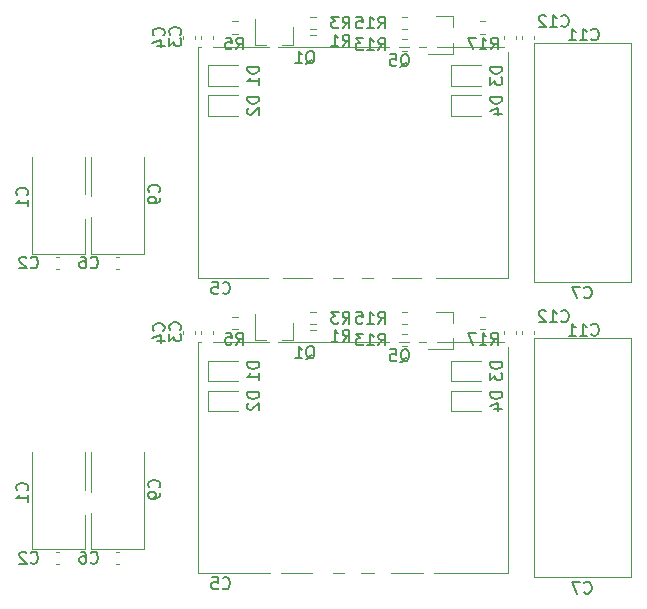
<source format=gbr>
%TF.GenerationSoftware,KiCad,Pcbnew,(5.1.10)-1*%
%TF.CreationDate,2022-01-17T19:26:09+07:00*%
%TF.ProjectId,Fan_controller_v3_pnlz1x2,46616e5f-636f-46e7-9472-6f6c6c65725f,rev?*%
%TF.SameCoordinates,Original*%
%TF.FileFunction,Legend,Bot*%
%TF.FilePolarity,Positive*%
%FSLAX46Y46*%
G04 Gerber Fmt 4.6, Leading zero omitted, Abs format (unit mm)*
G04 Created by KiCad (PCBNEW (5.1.10)-1) date 2022-01-17 19:26:09*
%MOMM*%
%LPD*%
G01*
G04 APERTURE LIST*
%ADD10C,0.120000*%
%ADD11C,0.150000*%
%ADD12C,2.000000*%
%ADD13R,0.600000X0.450000*%
%ADD14R,1.600000X1.600000*%
%ADD15C,1.600000*%
%ADD16R,1.750000X2.250000*%
%ADD17O,1.750000X2.250000*%
%ADD18O,1.700000X1.700000*%
%ADD19R,1.700000X1.700000*%
%ADD20R,0.800000X0.900000*%
%ADD21R,0.900000X0.800000*%
%ADD22R,1.000000X1.000000*%
%ADD23O,1.000000X1.000000*%
G04 APERTURE END LIST*
D10*
%TO.C,C3*%
X98001000Y-93575920D02*
X98001000Y-93857080D01*
X96981000Y-93575920D02*
X96981000Y-93857080D01*
%TO.C,C4*%
X96477000Y-93575920D02*
X96477000Y-93857080D01*
X95457000Y-93575920D02*
X95457000Y-93857080D01*
%TO.C,C11*%
X125179000Y-93575920D02*
X125179000Y-93857080D01*
X124159000Y-93575920D02*
X124159000Y-93857080D01*
%TO.C,C12*%
X123655000Y-93575920D02*
X123655000Y-93857080D01*
X122635000Y-93575920D02*
X122635000Y-93857080D01*
%TO.C,C1*%
X82658000Y-112043000D02*
X82658000Y-103808000D01*
X87178000Y-112043000D02*
X82658000Y-112043000D01*
X87178000Y-103808000D02*
X87178000Y-112043000D01*
%TO.C,C2*%
X84650420Y-112307000D02*
X84931580Y-112307000D01*
X84650420Y-113327000D02*
X84931580Y-113327000D01*
%TO.C,C6*%
X89730420Y-112307000D02*
X90011580Y-112307000D01*
X89730420Y-113327000D02*
X90011580Y-113327000D01*
%TO.C,C7*%
X125121000Y-94175000D02*
X125121000Y-114415000D01*
X133361000Y-94175000D02*
X133361000Y-114415000D01*
X125121000Y-94175000D02*
X133361000Y-94175000D01*
X125121000Y-114415000D02*
X133361000Y-114415000D01*
%TO.C,C9*%
X87611000Y-112043000D02*
X87611000Y-103808000D01*
X92131000Y-112043000D02*
X87611000Y-112043000D01*
X92131000Y-103808000D02*
X92131000Y-112043000D01*
%TO.C,D1*%
X97549000Y-97792000D02*
X100099000Y-97792000D01*
X97549000Y-96092000D02*
X100099000Y-96092000D01*
X97549000Y-97792000D02*
X97549000Y-96092000D01*
%TO.C,D2*%
X97549000Y-100332000D02*
X100099000Y-100332000D01*
X97549000Y-98632000D02*
X100099000Y-98632000D01*
X97549000Y-100332000D02*
X97549000Y-98632000D01*
%TO.C,D3*%
X118123000Y-97792000D02*
X120673000Y-97792000D01*
X118123000Y-96092000D02*
X120673000Y-96092000D01*
X118123000Y-97792000D02*
X118123000Y-96092000D01*
%TO.C,D4*%
X118123000Y-100332000D02*
X120673000Y-100332000D01*
X118123000Y-98632000D02*
X120673000Y-98632000D01*
X118123000Y-100332000D02*
X118123000Y-98632000D01*
%TO.C,R5*%
X100077258Y-93400500D02*
X99602742Y-93400500D01*
X100077258Y-92355500D02*
X99602742Y-92355500D01*
%TO.C,R17*%
X120558742Y-92355500D02*
X121033258Y-92355500D01*
X120558742Y-93400500D02*
X121033258Y-93400500D01*
%TO.C,Q1*%
X104725000Y-94320500D02*
X104725000Y-92860500D01*
X101565000Y-94320500D02*
X101565000Y-92160500D01*
X101565000Y-94320500D02*
X102495000Y-94320500D01*
X104725000Y-94320500D02*
X103795000Y-94320500D01*
%TO.C,Q5*%
X118301000Y-91930500D02*
X116841000Y-91930500D01*
X118301000Y-95090500D02*
X116141000Y-95090500D01*
X118301000Y-95090500D02*
X118301000Y-94160500D01*
X118301000Y-91930500D02*
X118301000Y-92860500D01*
%TO.C,C5*%
X122983000Y-114052000D02*
X122983000Y-94529000D01*
X96743000Y-114052000D02*
X96743000Y-94529000D01*
X96743000Y-94529000D02*
X122983000Y-94529000D01*
X96743000Y-114052000D02*
X122983000Y-114052000D01*
%TO.C,R1*%
X106206742Y-93498500D02*
X106681258Y-93498500D01*
X106206742Y-94543500D02*
X106681258Y-94543500D01*
%TO.C,R3*%
X106681258Y-93019500D02*
X106206742Y-93019500D01*
X106681258Y-91974500D02*
X106206742Y-91974500D01*
%TO.C,R13*%
X113953742Y-93816000D02*
X114428258Y-93816000D01*
X113953742Y-94861000D02*
X114428258Y-94861000D01*
%TO.C,R15*%
X113954742Y-91974500D02*
X114429258Y-91974500D01*
X113954742Y-93019500D02*
X114429258Y-93019500D01*
%TO.C,C5*%
X96743000Y-89052000D02*
X122983000Y-89052000D01*
X96743000Y-69529000D02*
X122983000Y-69529000D01*
X96743000Y-89052000D02*
X96743000Y-69529000D01*
X122983000Y-89052000D02*
X122983000Y-69529000D01*
%TO.C,R15*%
X113954742Y-68019500D02*
X114429258Y-68019500D01*
X113954742Y-66974500D02*
X114429258Y-66974500D01*
%TO.C,R13*%
X113953742Y-69861000D02*
X114428258Y-69861000D01*
X113953742Y-68816000D02*
X114428258Y-68816000D01*
%TO.C,R3*%
X106681258Y-66974500D02*
X106206742Y-66974500D01*
X106681258Y-68019500D02*
X106206742Y-68019500D01*
%TO.C,R1*%
X106206742Y-69543500D02*
X106681258Y-69543500D01*
X106206742Y-68498500D02*
X106681258Y-68498500D01*
%TO.C,Q5*%
X118301000Y-66930500D02*
X118301000Y-67860500D01*
X118301000Y-70090500D02*
X118301000Y-69160500D01*
X118301000Y-70090500D02*
X116141000Y-70090500D01*
X118301000Y-66930500D02*
X116841000Y-66930500D01*
%TO.C,Q1*%
X104725000Y-69320500D02*
X103795000Y-69320500D01*
X101565000Y-69320500D02*
X102495000Y-69320500D01*
X101565000Y-69320500D02*
X101565000Y-67160500D01*
X104725000Y-69320500D02*
X104725000Y-67860500D01*
%TO.C,R17*%
X120558742Y-68400500D02*
X121033258Y-68400500D01*
X120558742Y-67355500D02*
X121033258Y-67355500D01*
%TO.C,R5*%
X100077258Y-67355500D02*
X99602742Y-67355500D01*
X100077258Y-68400500D02*
X99602742Y-68400500D01*
%TO.C,D4*%
X118123000Y-75332000D02*
X118123000Y-73632000D01*
X118123000Y-73632000D02*
X120673000Y-73632000D01*
X118123000Y-75332000D02*
X120673000Y-75332000D01*
%TO.C,D3*%
X118123000Y-72792000D02*
X118123000Y-71092000D01*
X118123000Y-71092000D02*
X120673000Y-71092000D01*
X118123000Y-72792000D02*
X120673000Y-72792000D01*
%TO.C,D2*%
X97549000Y-75332000D02*
X97549000Y-73632000D01*
X97549000Y-73632000D02*
X100099000Y-73632000D01*
X97549000Y-75332000D02*
X100099000Y-75332000D01*
%TO.C,D1*%
X97549000Y-72792000D02*
X97549000Y-71092000D01*
X97549000Y-71092000D02*
X100099000Y-71092000D01*
X97549000Y-72792000D02*
X100099000Y-72792000D01*
%TO.C,C9*%
X92131000Y-78808000D02*
X92131000Y-87043000D01*
X92131000Y-87043000D02*
X87611000Y-87043000D01*
X87611000Y-87043000D02*
X87611000Y-78808000D01*
%TO.C,C7*%
X125121000Y-89415000D02*
X133361000Y-89415000D01*
X125121000Y-69175000D02*
X133361000Y-69175000D01*
X133361000Y-69175000D02*
X133361000Y-89415000D01*
X125121000Y-69175000D02*
X125121000Y-89415000D01*
%TO.C,C6*%
X89730420Y-88327000D02*
X90011580Y-88327000D01*
X89730420Y-87307000D02*
X90011580Y-87307000D01*
%TO.C,C2*%
X84650420Y-88327000D02*
X84931580Y-88327000D01*
X84650420Y-87307000D02*
X84931580Y-87307000D01*
%TO.C,C1*%
X87178000Y-78808000D02*
X87178000Y-87043000D01*
X87178000Y-87043000D02*
X82658000Y-87043000D01*
X82658000Y-87043000D02*
X82658000Y-78808000D01*
%TO.C,C12*%
X122635000Y-68575920D02*
X122635000Y-68857080D01*
X123655000Y-68575920D02*
X123655000Y-68857080D01*
%TO.C,C11*%
X124159000Y-68575920D02*
X124159000Y-68857080D01*
X125179000Y-68575920D02*
X125179000Y-68857080D01*
%TO.C,C4*%
X95457000Y-68575920D02*
X95457000Y-68857080D01*
X96477000Y-68575920D02*
X96477000Y-68857080D01*
%TO.C,C3*%
X96981000Y-68575920D02*
X96981000Y-68857080D01*
X98001000Y-68575920D02*
X98001000Y-68857080D01*
D11*
X95181142Y-93473333D02*
X95228761Y-93425714D01*
X95276380Y-93282857D01*
X95276380Y-93187619D01*
X95228761Y-93044761D01*
X95133523Y-92949523D01*
X95038285Y-92901904D01*
X94847809Y-92854285D01*
X94704952Y-92854285D01*
X94514476Y-92901904D01*
X94419238Y-92949523D01*
X94324000Y-93044761D01*
X94276380Y-93187619D01*
X94276380Y-93282857D01*
X94324000Y-93425714D01*
X94371619Y-93473333D01*
X94276380Y-93806666D02*
X94276380Y-94425714D01*
X94657333Y-94092380D01*
X94657333Y-94235238D01*
X94704952Y-94330476D01*
X94752571Y-94378095D01*
X94847809Y-94425714D01*
X95085904Y-94425714D01*
X95181142Y-94378095D01*
X95228761Y-94330476D01*
X95276380Y-94235238D01*
X95276380Y-93949523D01*
X95228761Y-93854285D01*
X95181142Y-93806666D01*
%TO.C,C4*%
X93784142Y-93549833D02*
X93831761Y-93502214D01*
X93879380Y-93359357D01*
X93879380Y-93264119D01*
X93831761Y-93121261D01*
X93736523Y-93026023D01*
X93641285Y-92978404D01*
X93450809Y-92930785D01*
X93307952Y-92930785D01*
X93117476Y-92978404D01*
X93022238Y-93026023D01*
X92927000Y-93121261D01*
X92879380Y-93264119D01*
X92879380Y-93359357D01*
X92927000Y-93502214D01*
X92974619Y-93549833D01*
X93212714Y-94406976D02*
X93879380Y-94406976D01*
X92831761Y-94168880D02*
X93546047Y-93930785D01*
X93546047Y-94549833D01*
%TO.C,C11*%
X130010857Y-93870142D02*
X130058476Y-93917761D01*
X130201333Y-93965380D01*
X130296571Y-93965380D01*
X130439428Y-93917761D01*
X130534666Y-93822523D01*
X130582285Y-93727285D01*
X130629904Y-93536809D01*
X130629904Y-93393952D01*
X130582285Y-93203476D01*
X130534666Y-93108238D01*
X130439428Y-93013000D01*
X130296571Y-92965380D01*
X130201333Y-92965380D01*
X130058476Y-93013000D01*
X130010857Y-93060619D01*
X129058476Y-93965380D02*
X129629904Y-93965380D01*
X129344190Y-93965380D02*
X129344190Y-92965380D01*
X129439428Y-93108238D01*
X129534666Y-93203476D01*
X129629904Y-93251095D01*
X128106095Y-93965380D02*
X128677523Y-93965380D01*
X128391809Y-93965380D02*
X128391809Y-92965380D01*
X128487047Y-93108238D01*
X128582285Y-93203476D01*
X128677523Y-93251095D01*
%TO.C,C12*%
X127470857Y-92727142D02*
X127518476Y-92774761D01*
X127661333Y-92822380D01*
X127756571Y-92822380D01*
X127899428Y-92774761D01*
X127994666Y-92679523D01*
X128042285Y-92584285D01*
X128089904Y-92393809D01*
X128089904Y-92250952D01*
X128042285Y-92060476D01*
X127994666Y-91965238D01*
X127899428Y-91870000D01*
X127756571Y-91822380D01*
X127661333Y-91822380D01*
X127518476Y-91870000D01*
X127470857Y-91917619D01*
X126518476Y-92822380D02*
X127089904Y-92822380D01*
X126804190Y-92822380D02*
X126804190Y-91822380D01*
X126899428Y-91965238D01*
X126994666Y-92060476D01*
X127089904Y-92108095D01*
X126137523Y-91917619D02*
X126089904Y-91870000D01*
X125994666Y-91822380D01*
X125756571Y-91822380D01*
X125661333Y-91870000D01*
X125613714Y-91917619D01*
X125566095Y-92012857D01*
X125566095Y-92108095D01*
X125613714Y-92250952D01*
X126185142Y-92822380D01*
X125566095Y-92822380D01*
%TO.C,C1*%
X82227142Y-107062333D02*
X82274761Y-107014714D01*
X82322380Y-106871857D01*
X82322380Y-106776619D01*
X82274761Y-106633761D01*
X82179523Y-106538523D01*
X82084285Y-106490904D01*
X81893809Y-106443285D01*
X81750952Y-106443285D01*
X81560476Y-106490904D01*
X81465238Y-106538523D01*
X81370000Y-106633761D01*
X81322380Y-106776619D01*
X81322380Y-106871857D01*
X81370000Y-107014714D01*
X81417619Y-107062333D01*
X82322380Y-108014714D02*
X82322380Y-107443285D01*
X82322380Y-107729000D02*
X81322380Y-107729000D01*
X81465238Y-107633761D01*
X81560476Y-107538523D01*
X81608095Y-107443285D01*
%TO.C,C2*%
X82544666Y-113174142D02*
X82592285Y-113221761D01*
X82735142Y-113269380D01*
X82830380Y-113269380D01*
X82973238Y-113221761D01*
X83068476Y-113126523D01*
X83116095Y-113031285D01*
X83163714Y-112840809D01*
X83163714Y-112697952D01*
X83116095Y-112507476D01*
X83068476Y-112412238D01*
X82973238Y-112317000D01*
X82830380Y-112269380D01*
X82735142Y-112269380D01*
X82592285Y-112317000D01*
X82544666Y-112364619D01*
X82163714Y-112364619D02*
X82116095Y-112317000D01*
X82020857Y-112269380D01*
X81782761Y-112269380D01*
X81687523Y-112317000D01*
X81639904Y-112364619D01*
X81592285Y-112459857D01*
X81592285Y-112555095D01*
X81639904Y-112697952D01*
X82211333Y-113269380D01*
X81592285Y-113269380D01*
%TO.C,C6*%
X87624666Y-113174142D02*
X87672285Y-113221761D01*
X87815142Y-113269380D01*
X87910380Y-113269380D01*
X88053238Y-113221761D01*
X88148476Y-113126523D01*
X88196095Y-113031285D01*
X88243714Y-112840809D01*
X88243714Y-112697952D01*
X88196095Y-112507476D01*
X88148476Y-112412238D01*
X88053238Y-112317000D01*
X87910380Y-112269380D01*
X87815142Y-112269380D01*
X87672285Y-112317000D01*
X87624666Y-112364619D01*
X86767523Y-112269380D02*
X86958000Y-112269380D01*
X87053238Y-112317000D01*
X87100857Y-112364619D01*
X87196095Y-112507476D01*
X87243714Y-112697952D01*
X87243714Y-113078904D01*
X87196095Y-113174142D01*
X87148476Y-113221761D01*
X87053238Y-113269380D01*
X86862761Y-113269380D01*
X86767523Y-113221761D01*
X86719904Y-113174142D01*
X86672285Y-113078904D01*
X86672285Y-112840809D01*
X86719904Y-112745571D01*
X86767523Y-112697952D01*
X86862761Y-112650333D01*
X87053238Y-112650333D01*
X87148476Y-112697952D01*
X87196095Y-112745571D01*
X87243714Y-112840809D01*
%TO.C,C7*%
X129407666Y-115714142D02*
X129455285Y-115761761D01*
X129598142Y-115809380D01*
X129693380Y-115809380D01*
X129836238Y-115761761D01*
X129931476Y-115666523D01*
X129979095Y-115571285D01*
X130026714Y-115380809D01*
X130026714Y-115237952D01*
X129979095Y-115047476D01*
X129931476Y-114952238D01*
X129836238Y-114857000D01*
X129693380Y-114809380D01*
X129598142Y-114809380D01*
X129455285Y-114857000D01*
X129407666Y-114904619D01*
X129074333Y-114809380D02*
X128407666Y-114809380D01*
X128836238Y-115809380D01*
%TO.C,C9*%
X93403142Y-106808333D02*
X93450761Y-106760714D01*
X93498380Y-106617857D01*
X93498380Y-106522619D01*
X93450761Y-106379761D01*
X93355523Y-106284523D01*
X93260285Y-106236904D01*
X93069809Y-106189285D01*
X92926952Y-106189285D01*
X92736476Y-106236904D01*
X92641238Y-106284523D01*
X92546000Y-106379761D01*
X92498380Y-106522619D01*
X92498380Y-106617857D01*
X92546000Y-106760714D01*
X92593619Y-106808333D01*
X93498380Y-107284523D02*
X93498380Y-107475000D01*
X93450761Y-107570238D01*
X93403142Y-107617857D01*
X93260285Y-107713095D01*
X93069809Y-107760714D01*
X92688857Y-107760714D01*
X92593619Y-107713095D01*
X92546000Y-107665476D01*
X92498380Y-107570238D01*
X92498380Y-107379761D01*
X92546000Y-107284523D01*
X92593619Y-107236904D01*
X92688857Y-107189285D01*
X92926952Y-107189285D01*
X93022190Y-107236904D01*
X93069809Y-107284523D01*
X93117428Y-107379761D01*
X93117428Y-107570238D01*
X93069809Y-107665476D01*
X93022190Y-107713095D01*
X92926952Y-107760714D01*
%TO.C,D1*%
X101880380Y-96203904D02*
X100880380Y-96203904D01*
X100880380Y-96442000D01*
X100928000Y-96584857D01*
X101023238Y-96680095D01*
X101118476Y-96727714D01*
X101308952Y-96775333D01*
X101451809Y-96775333D01*
X101642285Y-96727714D01*
X101737523Y-96680095D01*
X101832761Y-96584857D01*
X101880380Y-96442000D01*
X101880380Y-96203904D01*
X101880380Y-97727714D02*
X101880380Y-97156285D01*
X101880380Y-97442000D02*
X100880380Y-97442000D01*
X101023238Y-97346761D01*
X101118476Y-97251523D01*
X101166095Y-97156285D01*
%TO.C,D2*%
X101880380Y-98743904D02*
X100880380Y-98743904D01*
X100880380Y-98982000D01*
X100928000Y-99124857D01*
X101023238Y-99220095D01*
X101118476Y-99267714D01*
X101308952Y-99315333D01*
X101451809Y-99315333D01*
X101642285Y-99267714D01*
X101737523Y-99220095D01*
X101832761Y-99124857D01*
X101880380Y-98982000D01*
X101880380Y-98743904D01*
X100975619Y-99696285D02*
X100928000Y-99743904D01*
X100880380Y-99839142D01*
X100880380Y-100077238D01*
X100928000Y-100172476D01*
X100975619Y-100220095D01*
X101070857Y-100267714D01*
X101166095Y-100267714D01*
X101308952Y-100220095D01*
X101880380Y-99648666D01*
X101880380Y-100267714D01*
%TO.C,D3*%
X122454380Y-96203904D02*
X121454380Y-96203904D01*
X121454380Y-96442000D01*
X121502000Y-96584857D01*
X121597238Y-96680095D01*
X121692476Y-96727714D01*
X121882952Y-96775333D01*
X122025809Y-96775333D01*
X122216285Y-96727714D01*
X122311523Y-96680095D01*
X122406761Y-96584857D01*
X122454380Y-96442000D01*
X122454380Y-96203904D01*
X121454380Y-97108666D02*
X121454380Y-97727714D01*
X121835333Y-97394380D01*
X121835333Y-97537238D01*
X121882952Y-97632476D01*
X121930571Y-97680095D01*
X122025809Y-97727714D01*
X122263904Y-97727714D01*
X122359142Y-97680095D01*
X122406761Y-97632476D01*
X122454380Y-97537238D01*
X122454380Y-97251523D01*
X122406761Y-97156285D01*
X122359142Y-97108666D01*
%TO.C,D4*%
X122454380Y-98743904D02*
X121454380Y-98743904D01*
X121454380Y-98982000D01*
X121502000Y-99124857D01*
X121597238Y-99220095D01*
X121692476Y-99267714D01*
X121882952Y-99315333D01*
X122025809Y-99315333D01*
X122216285Y-99267714D01*
X122311523Y-99220095D01*
X122406761Y-99124857D01*
X122454380Y-98982000D01*
X122454380Y-98743904D01*
X121787714Y-100172476D02*
X122454380Y-100172476D01*
X121406761Y-99934380D02*
X122121047Y-99696285D01*
X122121047Y-100315333D01*
%TO.C,R5*%
X99943666Y-94727380D02*
X100277000Y-94251190D01*
X100515095Y-94727380D02*
X100515095Y-93727380D01*
X100134142Y-93727380D01*
X100038904Y-93775000D01*
X99991285Y-93822619D01*
X99943666Y-93917857D01*
X99943666Y-94060714D01*
X99991285Y-94155952D01*
X100038904Y-94203571D01*
X100134142Y-94251190D01*
X100515095Y-94251190D01*
X99038904Y-93727380D02*
X99515095Y-93727380D01*
X99562714Y-94203571D01*
X99515095Y-94155952D01*
X99419857Y-94108333D01*
X99181761Y-94108333D01*
X99086523Y-94155952D01*
X99038904Y-94203571D01*
X98991285Y-94298809D01*
X98991285Y-94536904D01*
X99038904Y-94632142D01*
X99086523Y-94679761D01*
X99181761Y-94727380D01*
X99419857Y-94727380D01*
X99515095Y-94679761D01*
X99562714Y-94632142D01*
%TO.C,R17*%
X121501857Y-94727380D02*
X121835190Y-94251190D01*
X122073285Y-94727380D02*
X122073285Y-93727380D01*
X121692333Y-93727380D01*
X121597095Y-93775000D01*
X121549476Y-93822619D01*
X121501857Y-93917857D01*
X121501857Y-94060714D01*
X121549476Y-94155952D01*
X121597095Y-94203571D01*
X121692333Y-94251190D01*
X122073285Y-94251190D01*
X120549476Y-94727380D02*
X121120904Y-94727380D01*
X120835190Y-94727380D02*
X120835190Y-93727380D01*
X120930428Y-93870238D01*
X121025666Y-93965476D01*
X121120904Y-94013095D01*
X120216142Y-93727380D02*
X119549476Y-93727380D01*
X119978047Y-94727380D01*
%TO.C,Q1*%
X105841238Y-95965619D02*
X105936476Y-95918000D01*
X106031714Y-95822761D01*
X106174571Y-95679904D01*
X106269809Y-95632285D01*
X106365047Y-95632285D01*
X106317428Y-95870380D02*
X106412666Y-95822761D01*
X106507904Y-95727523D01*
X106555523Y-95537047D01*
X106555523Y-95203714D01*
X106507904Y-95013238D01*
X106412666Y-94918000D01*
X106317428Y-94870380D01*
X106126952Y-94870380D01*
X106031714Y-94918000D01*
X105936476Y-95013238D01*
X105888857Y-95203714D01*
X105888857Y-95537047D01*
X105936476Y-95727523D01*
X106031714Y-95822761D01*
X106126952Y-95870380D01*
X106317428Y-95870380D01*
X104936476Y-95870380D02*
X105507904Y-95870380D01*
X105222190Y-95870380D02*
X105222190Y-94870380D01*
X105317428Y-95013238D01*
X105412666Y-95108476D01*
X105507904Y-95156095D01*
%TO.C,Q5*%
X113842238Y-96219619D02*
X113937476Y-96172000D01*
X114032714Y-96076761D01*
X114175571Y-95933904D01*
X114270809Y-95886285D01*
X114366047Y-95886285D01*
X114318428Y-96124380D02*
X114413666Y-96076761D01*
X114508904Y-95981523D01*
X114556523Y-95791047D01*
X114556523Y-95457714D01*
X114508904Y-95267238D01*
X114413666Y-95172000D01*
X114318428Y-95124380D01*
X114127952Y-95124380D01*
X114032714Y-95172000D01*
X113937476Y-95267238D01*
X113889857Y-95457714D01*
X113889857Y-95791047D01*
X113937476Y-95981523D01*
X114032714Y-96076761D01*
X114127952Y-96124380D01*
X114318428Y-96124380D01*
X112985095Y-95124380D02*
X113461285Y-95124380D01*
X113508904Y-95600571D01*
X113461285Y-95552952D01*
X113366047Y-95505333D01*
X113127952Y-95505333D01*
X113032714Y-95552952D01*
X112985095Y-95600571D01*
X112937476Y-95695809D01*
X112937476Y-95933904D01*
X112985095Y-96029142D01*
X113032714Y-96076761D01*
X113127952Y-96124380D01*
X113366047Y-96124380D01*
X113461285Y-96076761D01*
X113508904Y-96029142D01*
%TO.C,C5*%
X98800666Y-115333142D02*
X98848285Y-115380761D01*
X98991142Y-115428380D01*
X99086380Y-115428380D01*
X99229238Y-115380761D01*
X99324476Y-115285523D01*
X99372095Y-115190285D01*
X99419714Y-114999809D01*
X99419714Y-114856952D01*
X99372095Y-114666476D01*
X99324476Y-114571238D01*
X99229238Y-114476000D01*
X99086380Y-114428380D01*
X98991142Y-114428380D01*
X98848285Y-114476000D01*
X98800666Y-114523619D01*
X97895904Y-114428380D02*
X98372095Y-114428380D01*
X98419714Y-114904571D01*
X98372095Y-114856952D01*
X98276857Y-114809333D01*
X98038761Y-114809333D01*
X97943523Y-114856952D01*
X97895904Y-114904571D01*
X97848285Y-114999809D01*
X97848285Y-115237904D01*
X97895904Y-115333142D01*
X97943523Y-115380761D01*
X98038761Y-115428380D01*
X98276857Y-115428380D01*
X98372095Y-115380761D01*
X98419714Y-115333142D01*
%TO.C,R1*%
X108960666Y-94473380D02*
X109294000Y-93997190D01*
X109532095Y-94473380D02*
X109532095Y-93473380D01*
X109151142Y-93473380D01*
X109055904Y-93521000D01*
X109008285Y-93568619D01*
X108960666Y-93663857D01*
X108960666Y-93806714D01*
X109008285Y-93901952D01*
X109055904Y-93949571D01*
X109151142Y-93997190D01*
X109532095Y-93997190D01*
X108008285Y-94473380D02*
X108579714Y-94473380D01*
X108294000Y-94473380D02*
X108294000Y-93473380D01*
X108389238Y-93616238D01*
X108484476Y-93711476D01*
X108579714Y-93759095D01*
%TO.C,R3*%
X108960666Y-92949380D02*
X109294000Y-92473190D01*
X109532095Y-92949380D02*
X109532095Y-91949380D01*
X109151142Y-91949380D01*
X109055904Y-91997000D01*
X109008285Y-92044619D01*
X108960666Y-92139857D01*
X108960666Y-92282714D01*
X109008285Y-92377952D01*
X109055904Y-92425571D01*
X109151142Y-92473190D01*
X109532095Y-92473190D01*
X108627333Y-91949380D02*
X108008285Y-91949380D01*
X108341619Y-92330333D01*
X108198761Y-92330333D01*
X108103523Y-92377952D01*
X108055904Y-92425571D01*
X108008285Y-92520809D01*
X108008285Y-92758904D01*
X108055904Y-92854142D01*
X108103523Y-92901761D01*
X108198761Y-92949380D01*
X108484476Y-92949380D01*
X108579714Y-92901761D01*
X108627333Y-92854142D01*
%TO.C,R13*%
X111976857Y-94790880D02*
X112310190Y-94314690D01*
X112548285Y-94790880D02*
X112548285Y-93790880D01*
X112167333Y-93790880D01*
X112072095Y-93838500D01*
X112024476Y-93886119D01*
X111976857Y-93981357D01*
X111976857Y-94124214D01*
X112024476Y-94219452D01*
X112072095Y-94267071D01*
X112167333Y-94314690D01*
X112548285Y-94314690D01*
X111024476Y-94790880D02*
X111595904Y-94790880D01*
X111310190Y-94790880D02*
X111310190Y-93790880D01*
X111405428Y-93933738D01*
X111500666Y-94028976D01*
X111595904Y-94076595D01*
X110691142Y-93790880D02*
X110072095Y-93790880D01*
X110405428Y-94171833D01*
X110262571Y-94171833D01*
X110167333Y-94219452D01*
X110119714Y-94267071D01*
X110072095Y-94362309D01*
X110072095Y-94600404D01*
X110119714Y-94695642D01*
X110167333Y-94743261D01*
X110262571Y-94790880D01*
X110548285Y-94790880D01*
X110643523Y-94743261D01*
X110691142Y-94695642D01*
%TO.C,R15*%
X111976857Y-92949380D02*
X112310190Y-92473190D01*
X112548285Y-92949380D02*
X112548285Y-91949380D01*
X112167333Y-91949380D01*
X112072095Y-91997000D01*
X112024476Y-92044619D01*
X111976857Y-92139857D01*
X111976857Y-92282714D01*
X112024476Y-92377952D01*
X112072095Y-92425571D01*
X112167333Y-92473190D01*
X112548285Y-92473190D01*
X111024476Y-92949380D02*
X111595904Y-92949380D01*
X111310190Y-92949380D02*
X111310190Y-91949380D01*
X111405428Y-92092238D01*
X111500666Y-92187476D01*
X111595904Y-92235095D01*
X110119714Y-91949380D02*
X110595904Y-91949380D01*
X110643523Y-92425571D01*
X110595904Y-92377952D01*
X110500666Y-92330333D01*
X110262571Y-92330333D01*
X110167333Y-92377952D01*
X110119714Y-92425571D01*
X110072095Y-92520809D01*
X110072095Y-92758904D01*
X110119714Y-92854142D01*
X110167333Y-92901761D01*
X110262571Y-92949380D01*
X110500666Y-92949380D01*
X110595904Y-92901761D01*
X110643523Y-92854142D01*
%TO.C,C5*%
X98800666Y-90333142D02*
X98848285Y-90380761D01*
X98991142Y-90428380D01*
X99086380Y-90428380D01*
X99229238Y-90380761D01*
X99324476Y-90285523D01*
X99372095Y-90190285D01*
X99419714Y-89999809D01*
X99419714Y-89856952D01*
X99372095Y-89666476D01*
X99324476Y-89571238D01*
X99229238Y-89476000D01*
X99086380Y-89428380D01*
X98991142Y-89428380D01*
X98848285Y-89476000D01*
X98800666Y-89523619D01*
X97895904Y-89428380D02*
X98372095Y-89428380D01*
X98419714Y-89904571D01*
X98372095Y-89856952D01*
X98276857Y-89809333D01*
X98038761Y-89809333D01*
X97943523Y-89856952D01*
X97895904Y-89904571D01*
X97848285Y-89999809D01*
X97848285Y-90237904D01*
X97895904Y-90333142D01*
X97943523Y-90380761D01*
X98038761Y-90428380D01*
X98276857Y-90428380D01*
X98372095Y-90380761D01*
X98419714Y-90333142D01*
%TO.C,R15*%
X111976857Y-67949380D02*
X112310190Y-67473190D01*
X112548285Y-67949380D02*
X112548285Y-66949380D01*
X112167333Y-66949380D01*
X112072095Y-66997000D01*
X112024476Y-67044619D01*
X111976857Y-67139857D01*
X111976857Y-67282714D01*
X112024476Y-67377952D01*
X112072095Y-67425571D01*
X112167333Y-67473190D01*
X112548285Y-67473190D01*
X111024476Y-67949380D02*
X111595904Y-67949380D01*
X111310190Y-67949380D02*
X111310190Y-66949380D01*
X111405428Y-67092238D01*
X111500666Y-67187476D01*
X111595904Y-67235095D01*
X110119714Y-66949380D02*
X110595904Y-66949380D01*
X110643523Y-67425571D01*
X110595904Y-67377952D01*
X110500666Y-67330333D01*
X110262571Y-67330333D01*
X110167333Y-67377952D01*
X110119714Y-67425571D01*
X110072095Y-67520809D01*
X110072095Y-67758904D01*
X110119714Y-67854142D01*
X110167333Y-67901761D01*
X110262571Y-67949380D01*
X110500666Y-67949380D01*
X110595904Y-67901761D01*
X110643523Y-67854142D01*
%TO.C,R13*%
X111976857Y-69790880D02*
X112310190Y-69314690D01*
X112548285Y-69790880D02*
X112548285Y-68790880D01*
X112167333Y-68790880D01*
X112072095Y-68838500D01*
X112024476Y-68886119D01*
X111976857Y-68981357D01*
X111976857Y-69124214D01*
X112024476Y-69219452D01*
X112072095Y-69267071D01*
X112167333Y-69314690D01*
X112548285Y-69314690D01*
X111024476Y-69790880D02*
X111595904Y-69790880D01*
X111310190Y-69790880D02*
X111310190Y-68790880D01*
X111405428Y-68933738D01*
X111500666Y-69028976D01*
X111595904Y-69076595D01*
X110691142Y-68790880D02*
X110072095Y-68790880D01*
X110405428Y-69171833D01*
X110262571Y-69171833D01*
X110167333Y-69219452D01*
X110119714Y-69267071D01*
X110072095Y-69362309D01*
X110072095Y-69600404D01*
X110119714Y-69695642D01*
X110167333Y-69743261D01*
X110262571Y-69790880D01*
X110548285Y-69790880D01*
X110643523Y-69743261D01*
X110691142Y-69695642D01*
%TO.C,R3*%
X108960666Y-67949380D02*
X109294000Y-67473190D01*
X109532095Y-67949380D02*
X109532095Y-66949380D01*
X109151142Y-66949380D01*
X109055904Y-66997000D01*
X109008285Y-67044619D01*
X108960666Y-67139857D01*
X108960666Y-67282714D01*
X109008285Y-67377952D01*
X109055904Y-67425571D01*
X109151142Y-67473190D01*
X109532095Y-67473190D01*
X108627333Y-66949380D02*
X108008285Y-66949380D01*
X108341619Y-67330333D01*
X108198761Y-67330333D01*
X108103523Y-67377952D01*
X108055904Y-67425571D01*
X108008285Y-67520809D01*
X108008285Y-67758904D01*
X108055904Y-67854142D01*
X108103523Y-67901761D01*
X108198761Y-67949380D01*
X108484476Y-67949380D01*
X108579714Y-67901761D01*
X108627333Y-67854142D01*
%TO.C,R1*%
X108960666Y-69473380D02*
X109294000Y-68997190D01*
X109532095Y-69473380D02*
X109532095Y-68473380D01*
X109151142Y-68473380D01*
X109055904Y-68521000D01*
X109008285Y-68568619D01*
X108960666Y-68663857D01*
X108960666Y-68806714D01*
X109008285Y-68901952D01*
X109055904Y-68949571D01*
X109151142Y-68997190D01*
X109532095Y-68997190D01*
X108008285Y-69473380D02*
X108579714Y-69473380D01*
X108294000Y-69473380D02*
X108294000Y-68473380D01*
X108389238Y-68616238D01*
X108484476Y-68711476D01*
X108579714Y-68759095D01*
%TO.C,Q5*%
X113842238Y-71219619D02*
X113937476Y-71172000D01*
X114032714Y-71076761D01*
X114175571Y-70933904D01*
X114270809Y-70886285D01*
X114366047Y-70886285D01*
X114318428Y-71124380D02*
X114413666Y-71076761D01*
X114508904Y-70981523D01*
X114556523Y-70791047D01*
X114556523Y-70457714D01*
X114508904Y-70267238D01*
X114413666Y-70172000D01*
X114318428Y-70124380D01*
X114127952Y-70124380D01*
X114032714Y-70172000D01*
X113937476Y-70267238D01*
X113889857Y-70457714D01*
X113889857Y-70791047D01*
X113937476Y-70981523D01*
X114032714Y-71076761D01*
X114127952Y-71124380D01*
X114318428Y-71124380D01*
X112985095Y-70124380D02*
X113461285Y-70124380D01*
X113508904Y-70600571D01*
X113461285Y-70552952D01*
X113366047Y-70505333D01*
X113127952Y-70505333D01*
X113032714Y-70552952D01*
X112985095Y-70600571D01*
X112937476Y-70695809D01*
X112937476Y-70933904D01*
X112985095Y-71029142D01*
X113032714Y-71076761D01*
X113127952Y-71124380D01*
X113366047Y-71124380D01*
X113461285Y-71076761D01*
X113508904Y-71029142D01*
%TO.C,Q1*%
X105841238Y-70965619D02*
X105936476Y-70918000D01*
X106031714Y-70822761D01*
X106174571Y-70679904D01*
X106269809Y-70632285D01*
X106365047Y-70632285D01*
X106317428Y-70870380D02*
X106412666Y-70822761D01*
X106507904Y-70727523D01*
X106555523Y-70537047D01*
X106555523Y-70203714D01*
X106507904Y-70013238D01*
X106412666Y-69918000D01*
X106317428Y-69870380D01*
X106126952Y-69870380D01*
X106031714Y-69918000D01*
X105936476Y-70013238D01*
X105888857Y-70203714D01*
X105888857Y-70537047D01*
X105936476Y-70727523D01*
X106031714Y-70822761D01*
X106126952Y-70870380D01*
X106317428Y-70870380D01*
X104936476Y-70870380D02*
X105507904Y-70870380D01*
X105222190Y-70870380D02*
X105222190Y-69870380D01*
X105317428Y-70013238D01*
X105412666Y-70108476D01*
X105507904Y-70156095D01*
%TO.C,R17*%
X121501857Y-69727380D02*
X121835190Y-69251190D01*
X122073285Y-69727380D02*
X122073285Y-68727380D01*
X121692333Y-68727380D01*
X121597095Y-68775000D01*
X121549476Y-68822619D01*
X121501857Y-68917857D01*
X121501857Y-69060714D01*
X121549476Y-69155952D01*
X121597095Y-69203571D01*
X121692333Y-69251190D01*
X122073285Y-69251190D01*
X120549476Y-69727380D02*
X121120904Y-69727380D01*
X120835190Y-69727380D02*
X120835190Y-68727380D01*
X120930428Y-68870238D01*
X121025666Y-68965476D01*
X121120904Y-69013095D01*
X120216142Y-68727380D02*
X119549476Y-68727380D01*
X119978047Y-69727380D01*
%TO.C,R5*%
X99943666Y-69727380D02*
X100277000Y-69251190D01*
X100515095Y-69727380D02*
X100515095Y-68727380D01*
X100134142Y-68727380D01*
X100038904Y-68775000D01*
X99991285Y-68822619D01*
X99943666Y-68917857D01*
X99943666Y-69060714D01*
X99991285Y-69155952D01*
X100038904Y-69203571D01*
X100134142Y-69251190D01*
X100515095Y-69251190D01*
X99038904Y-68727380D02*
X99515095Y-68727380D01*
X99562714Y-69203571D01*
X99515095Y-69155952D01*
X99419857Y-69108333D01*
X99181761Y-69108333D01*
X99086523Y-69155952D01*
X99038904Y-69203571D01*
X98991285Y-69298809D01*
X98991285Y-69536904D01*
X99038904Y-69632142D01*
X99086523Y-69679761D01*
X99181761Y-69727380D01*
X99419857Y-69727380D01*
X99515095Y-69679761D01*
X99562714Y-69632142D01*
%TO.C,D4*%
X122454380Y-73743904D02*
X121454380Y-73743904D01*
X121454380Y-73982000D01*
X121502000Y-74124857D01*
X121597238Y-74220095D01*
X121692476Y-74267714D01*
X121882952Y-74315333D01*
X122025809Y-74315333D01*
X122216285Y-74267714D01*
X122311523Y-74220095D01*
X122406761Y-74124857D01*
X122454380Y-73982000D01*
X122454380Y-73743904D01*
X121787714Y-75172476D02*
X122454380Y-75172476D01*
X121406761Y-74934380D02*
X122121047Y-74696285D01*
X122121047Y-75315333D01*
%TO.C,D3*%
X122454380Y-71203904D02*
X121454380Y-71203904D01*
X121454380Y-71442000D01*
X121502000Y-71584857D01*
X121597238Y-71680095D01*
X121692476Y-71727714D01*
X121882952Y-71775333D01*
X122025809Y-71775333D01*
X122216285Y-71727714D01*
X122311523Y-71680095D01*
X122406761Y-71584857D01*
X122454380Y-71442000D01*
X122454380Y-71203904D01*
X121454380Y-72108666D02*
X121454380Y-72727714D01*
X121835333Y-72394380D01*
X121835333Y-72537238D01*
X121882952Y-72632476D01*
X121930571Y-72680095D01*
X122025809Y-72727714D01*
X122263904Y-72727714D01*
X122359142Y-72680095D01*
X122406761Y-72632476D01*
X122454380Y-72537238D01*
X122454380Y-72251523D01*
X122406761Y-72156285D01*
X122359142Y-72108666D01*
%TO.C,D2*%
X101880380Y-73743904D02*
X100880380Y-73743904D01*
X100880380Y-73982000D01*
X100928000Y-74124857D01*
X101023238Y-74220095D01*
X101118476Y-74267714D01*
X101308952Y-74315333D01*
X101451809Y-74315333D01*
X101642285Y-74267714D01*
X101737523Y-74220095D01*
X101832761Y-74124857D01*
X101880380Y-73982000D01*
X101880380Y-73743904D01*
X100975619Y-74696285D02*
X100928000Y-74743904D01*
X100880380Y-74839142D01*
X100880380Y-75077238D01*
X100928000Y-75172476D01*
X100975619Y-75220095D01*
X101070857Y-75267714D01*
X101166095Y-75267714D01*
X101308952Y-75220095D01*
X101880380Y-74648666D01*
X101880380Y-75267714D01*
%TO.C,D1*%
X101880380Y-71203904D02*
X100880380Y-71203904D01*
X100880380Y-71442000D01*
X100928000Y-71584857D01*
X101023238Y-71680095D01*
X101118476Y-71727714D01*
X101308952Y-71775333D01*
X101451809Y-71775333D01*
X101642285Y-71727714D01*
X101737523Y-71680095D01*
X101832761Y-71584857D01*
X101880380Y-71442000D01*
X101880380Y-71203904D01*
X101880380Y-72727714D02*
X101880380Y-72156285D01*
X101880380Y-72442000D02*
X100880380Y-72442000D01*
X101023238Y-72346761D01*
X101118476Y-72251523D01*
X101166095Y-72156285D01*
%TO.C,C9*%
X93403142Y-81808333D02*
X93450761Y-81760714D01*
X93498380Y-81617857D01*
X93498380Y-81522619D01*
X93450761Y-81379761D01*
X93355523Y-81284523D01*
X93260285Y-81236904D01*
X93069809Y-81189285D01*
X92926952Y-81189285D01*
X92736476Y-81236904D01*
X92641238Y-81284523D01*
X92546000Y-81379761D01*
X92498380Y-81522619D01*
X92498380Y-81617857D01*
X92546000Y-81760714D01*
X92593619Y-81808333D01*
X93498380Y-82284523D02*
X93498380Y-82475000D01*
X93450761Y-82570238D01*
X93403142Y-82617857D01*
X93260285Y-82713095D01*
X93069809Y-82760714D01*
X92688857Y-82760714D01*
X92593619Y-82713095D01*
X92546000Y-82665476D01*
X92498380Y-82570238D01*
X92498380Y-82379761D01*
X92546000Y-82284523D01*
X92593619Y-82236904D01*
X92688857Y-82189285D01*
X92926952Y-82189285D01*
X93022190Y-82236904D01*
X93069809Y-82284523D01*
X93117428Y-82379761D01*
X93117428Y-82570238D01*
X93069809Y-82665476D01*
X93022190Y-82713095D01*
X92926952Y-82760714D01*
%TO.C,C7*%
X129407666Y-90714142D02*
X129455285Y-90761761D01*
X129598142Y-90809380D01*
X129693380Y-90809380D01*
X129836238Y-90761761D01*
X129931476Y-90666523D01*
X129979095Y-90571285D01*
X130026714Y-90380809D01*
X130026714Y-90237952D01*
X129979095Y-90047476D01*
X129931476Y-89952238D01*
X129836238Y-89857000D01*
X129693380Y-89809380D01*
X129598142Y-89809380D01*
X129455285Y-89857000D01*
X129407666Y-89904619D01*
X129074333Y-89809380D02*
X128407666Y-89809380D01*
X128836238Y-90809380D01*
%TO.C,C6*%
X87624666Y-88174142D02*
X87672285Y-88221761D01*
X87815142Y-88269380D01*
X87910380Y-88269380D01*
X88053238Y-88221761D01*
X88148476Y-88126523D01*
X88196095Y-88031285D01*
X88243714Y-87840809D01*
X88243714Y-87697952D01*
X88196095Y-87507476D01*
X88148476Y-87412238D01*
X88053238Y-87317000D01*
X87910380Y-87269380D01*
X87815142Y-87269380D01*
X87672285Y-87317000D01*
X87624666Y-87364619D01*
X86767523Y-87269380D02*
X86958000Y-87269380D01*
X87053238Y-87317000D01*
X87100857Y-87364619D01*
X87196095Y-87507476D01*
X87243714Y-87697952D01*
X87243714Y-88078904D01*
X87196095Y-88174142D01*
X87148476Y-88221761D01*
X87053238Y-88269380D01*
X86862761Y-88269380D01*
X86767523Y-88221761D01*
X86719904Y-88174142D01*
X86672285Y-88078904D01*
X86672285Y-87840809D01*
X86719904Y-87745571D01*
X86767523Y-87697952D01*
X86862761Y-87650333D01*
X87053238Y-87650333D01*
X87148476Y-87697952D01*
X87196095Y-87745571D01*
X87243714Y-87840809D01*
%TO.C,C2*%
X82544666Y-88174142D02*
X82592285Y-88221761D01*
X82735142Y-88269380D01*
X82830380Y-88269380D01*
X82973238Y-88221761D01*
X83068476Y-88126523D01*
X83116095Y-88031285D01*
X83163714Y-87840809D01*
X83163714Y-87697952D01*
X83116095Y-87507476D01*
X83068476Y-87412238D01*
X82973238Y-87317000D01*
X82830380Y-87269380D01*
X82735142Y-87269380D01*
X82592285Y-87317000D01*
X82544666Y-87364619D01*
X82163714Y-87364619D02*
X82116095Y-87317000D01*
X82020857Y-87269380D01*
X81782761Y-87269380D01*
X81687523Y-87317000D01*
X81639904Y-87364619D01*
X81592285Y-87459857D01*
X81592285Y-87555095D01*
X81639904Y-87697952D01*
X82211333Y-88269380D01*
X81592285Y-88269380D01*
%TO.C,C1*%
X82227142Y-82062333D02*
X82274761Y-82014714D01*
X82322380Y-81871857D01*
X82322380Y-81776619D01*
X82274761Y-81633761D01*
X82179523Y-81538523D01*
X82084285Y-81490904D01*
X81893809Y-81443285D01*
X81750952Y-81443285D01*
X81560476Y-81490904D01*
X81465238Y-81538523D01*
X81370000Y-81633761D01*
X81322380Y-81776619D01*
X81322380Y-81871857D01*
X81370000Y-82014714D01*
X81417619Y-82062333D01*
X82322380Y-83014714D02*
X82322380Y-82443285D01*
X82322380Y-82729000D02*
X81322380Y-82729000D01*
X81465238Y-82633761D01*
X81560476Y-82538523D01*
X81608095Y-82443285D01*
%TO.C,C12*%
X127470857Y-67727142D02*
X127518476Y-67774761D01*
X127661333Y-67822380D01*
X127756571Y-67822380D01*
X127899428Y-67774761D01*
X127994666Y-67679523D01*
X128042285Y-67584285D01*
X128089904Y-67393809D01*
X128089904Y-67250952D01*
X128042285Y-67060476D01*
X127994666Y-66965238D01*
X127899428Y-66870000D01*
X127756571Y-66822380D01*
X127661333Y-66822380D01*
X127518476Y-66870000D01*
X127470857Y-66917619D01*
X126518476Y-67822380D02*
X127089904Y-67822380D01*
X126804190Y-67822380D02*
X126804190Y-66822380D01*
X126899428Y-66965238D01*
X126994666Y-67060476D01*
X127089904Y-67108095D01*
X126137523Y-66917619D02*
X126089904Y-66870000D01*
X125994666Y-66822380D01*
X125756571Y-66822380D01*
X125661333Y-66870000D01*
X125613714Y-66917619D01*
X125566095Y-67012857D01*
X125566095Y-67108095D01*
X125613714Y-67250952D01*
X126185142Y-67822380D01*
X125566095Y-67822380D01*
%TO.C,C11*%
X130010857Y-68870142D02*
X130058476Y-68917761D01*
X130201333Y-68965380D01*
X130296571Y-68965380D01*
X130439428Y-68917761D01*
X130534666Y-68822523D01*
X130582285Y-68727285D01*
X130629904Y-68536809D01*
X130629904Y-68393952D01*
X130582285Y-68203476D01*
X130534666Y-68108238D01*
X130439428Y-68013000D01*
X130296571Y-67965380D01*
X130201333Y-67965380D01*
X130058476Y-68013000D01*
X130010857Y-68060619D01*
X129058476Y-68965380D02*
X129629904Y-68965380D01*
X129344190Y-68965380D02*
X129344190Y-67965380D01*
X129439428Y-68108238D01*
X129534666Y-68203476D01*
X129629904Y-68251095D01*
X128106095Y-68965380D02*
X128677523Y-68965380D01*
X128391809Y-68965380D02*
X128391809Y-67965380D01*
X128487047Y-68108238D01*
X128582285Y-68203476D01*
X128677523Y-68251095D01*
%TO.C,C4*%
X93784142Y-68549833D02*
X93831761Y-68502214D01*
X93879380Y-68359357D01*
X93879380Y-68264119D01*
X93831761Y-68121261D01*
X93736523Y-68026023D01*
X93641285Y-67978404D01*
X93450809Y-67930785D01*
X93307952Y-67930785D01*
X93117476Y-67978404D01*
X93022238Y-68026023D01*
X92927000Y-68121261D01*
X92879380Y-68264119D01*
X92879380Y-68359357D01*
X92927000Y-68502214D01*
X92974619Y-68549833D01*
X93212714Y-69406976D02*
X93879380Y-69406976D01*
X92831761Y-69168880D02*
X93546047Y-68930785D01*
X93546047Y-69549833D01*
%TO.C,C3*%
X95181142Y-68473333D02*
X95228761Y-68425714D01*
X95276380Y-68282857D01*
X95276380Y-68187619D01*
X95228761Y-68044761D01*
X95133523Y-67949523D01*
X95038285Y-67901904D01*
X94847809Y-67854285D01*
X94704952Y-67854285D01*
X94514476Y-67901904D01*
X94419238Y-67949523D01*
X94324000Y-68044761D01*
X94276380Y-68187619D01*
X94276380Y-68282857D01*
X94324000Y-68425714D01*
X94371619Y-68473333D01*
X94276380Y-68806666D02*
X94276380Y-69425714D01*
X94657333Y-69092380D01*
X94657333Y-69235238D01*
X94704952Y-69330476D01*
X94752571Y-69378095D01*
X94847809Y-69425714D01*
X95085904Y-69425714D01*
X95181142Y-69378095D01*
X95228761Y-69330476D01*
X95276380Y-69235238D01*
X95276380Y-68949523D01*
X95228761Y-68854285D01*
X95181142Y-68806666D01*
%TD*%
%LPC*%
%TO.C,C3*%
G36*
G01*
X97241000Y-92491500D02*
X97741000Y-92491500D01*
G75*
G02*
X97966000Y-92716500I0J-225000D01*
G01*
X97966000Y-93166500D01*
G75*
G02*
X97741000Y-93391500I-225000J0D01*
G01*
X97241000Y-93391500D01*
G75*
G02*
X97016000Y-93166500I0J225000D01*
G01*
X97016000Y-92716500D01*
G75*
G02*
X97241000Y-92491500I225000J0D01*
G01*
G37*
G36*
G01*
X97241000Y-94041500D02*
X97741000Y-94041500D01*
G75*
G02*
X97966000Y-94266500I0J-225000D01*
G01*
X97966000Y-94716500D01*
G75*
G02*
X97741000Y-94941500I-225000J0D01*
G01*
X97241000Y-94941500D01*
G75*
G02*
X97016000Y-94716500I0J225000D01*
G01*
X97016000Y-94266500D01*
G75*
G02*
X97241000Y-94041500I225000J0D01*
G01*
G37*
%TD*%
%TO.C,C4*%
G36*
G01*
X95717000Y-92491500D02*
X96217000Y-92491500D01*
G75*
G02*
X96442000Y-92716500I0J-225000D01*
G01*
X96442000Y-93166500D01*
G75*
G02*
X96217000Y-93391500I-225000J0D01*
G01*
X95717000Y-93391500D01*
G75*
G02*
X95492000Y-93166500I0J225000D01*
G01*
X95492000Y-92716500D01*
G75*
G02*
X95717000Y-92491500I225000J0D01*
G01*
G37*
G36*
G01*
X95717000Y-94041500D02*
X96217000Y-94041500D01*
G75*
G02*
X96442000Y-94266500I0J-225000D01*
G01*
X96442000Y-94716500D01*
G75*
G02*
X96217000Y-94941500I-225000J0D01*
G01*
X95717000Y-94941500D01*
G75*
G02*
X95492000Y-94716500I0J225000D01*
G01*
X95492000Y-94266500D01*
G75*
G02*
X95717000Y-94041500I225000J0D01*
G01*
G37*
%TD*%
%TO.C,C11*%
G36*
G01*
X124419000Y-92491500D02*
X124919000Y-92491500D01*
G75*
G02*
X125144000Y-92716500I0J-225000D01*
G01*
X125144000Y-93166500D01*
G75*
G02*
X124919000Y-93391500I-225000J0D01*
G01*
X124419000Y-93391500D01*
G75*
G02*
X124194000Y-93166500I0J225000D01*
G01*
X124194000Y-92716500D01*
G75*
G02*
X124419000Y-92491500I225000J0D01*
G01*
G37*
G36*
G01*
X124419000Y-94041500D02*
X124919000Y-94041500D01*
G75*
G02*
X125144000Y-94266500I0J-225000D01*
G01*
X125144000Y-94716500D01*
G75*
G02*
X124919000Y-94941500I-225000J0D01*
G01*
X124419000Y-94941500D01*
G75*
G02*
X124194000Y-94716500I0J225000D01*
G01*
X124194000Y-94266500D01*
G75*
G02*
X124419000Y-94041500I225000J0D01*
G01*
G37*
%TD*%
%TO.C,C12*%
G36*
G01*
X122895000Y-92491500D02*
X123395000Y-92491500D01*
G75*
G02*
X123620000Y-92716500I0J-225000D01*
G01*
X123620000Y-93166500D01*
G75*
G02*
X123395000Y-93391500I-225000J0D01*
G01*
X122895000Y-93391500D01*
G75*
G02*
X122670000Y-93166500I0J225000D01*
G01*
X122670000Y-92716500D01*
G75*
G02*
X122895000Y-92491500I225000J0D01*
G01*
G37*
G36*
G01*
X122895000Y-94041500D02*
X123395000Y-94041500D01*
G75*
G02*
X123620000Y-94266500I0J-225000D01*
G01*
X123620000Y-94716500D01*
G75*
G02*
X123395000Y-94941500I-225000J0D01*
G01*
X122895000Y-94941500D01*
G75*
G02*
X122670000Y-94716500I0J225000D01*
G01*
X122670000Y-94266500D01*
G75*
G02*
X122895000Y-94041500I225000J0D01*
G01*
G37*
%TD*%
%TO.C,C1*%
G36*
G01*
X85943001Y-111783000D02*
X83892999Y-111783000D01*
G75*
G02*
X83643000Y-111533001I0J249999D01*
G01*
X83643000Y-109782999D01*
G75*
G02*
X83892999Y-109533000I249999J0D01*
G01*
X85943001Y-109533000D01*
G75*
G02*
X86193000Y-109782999I0J-249999D01*
G01*
X86193000Y-111533001D01*
G75*
G02*
X85943001Y-111783000I-249999J0D01*
G01*
G37*
G36*
G01*
X85943001Y-105383000D02*
X83892999Y-105383000D01*
G75*
G02*
X83643000Y-105133001I0J249999D01*
G01*
X83643000Y-103382999D01*
G75*
G02*
X83892999Y-103133000I249999J0D01*
G01*
X85943001Y-103133000D01*
G75*
G02*
X86193000Y-103382999I0J-249999D01*
G01*
X86193000Y-105133001D01*
G75*
G02*
X85943001Y-105383000I-249999J0D01*
G01*
G37*
%TD*%
%TO.C,C2*%
G36*
G01*
X83566000Y-113067000D02*
X83566000Y-112567000D01*
G75*
G02*
X83791000Y-112342000I225000J0D01*
G01*
X84241000Y-112342000D01*
G75*
G02*
X84466000Y-112567000I0J-225000D01*
G01*
X84466000Y-113067000D01*
G75*
G02*
X84241000Y-113292000I-225000J0D01*
G01*
X83791000Y-113292000D01*
G75*
G02*
X83566000Y-113067000I0J225000D01*
G01*
G37*
G36*
G01*
X85116000Y-113067000D02*
X85116000Y-112567000D01*
G75*
G02*
X85341000Y-112342000I225000J0D01*
G01*
X85791000Y-112342000D01*
G75*
G02*
X86016000Y-112567000I0J-225000D01*
G01*
X86016000Y-113067000D01*
G75*
G02*
X85791000Y-113292000I-225000J0D01*
G01*
X85341000Y-113292000D01*
G75*
G02*
X85116000Y-113067000I0J225000D01*
G01*
G37*
%TD*%
%TO.C,C6*%
G36*
G01*
X88646000Y-113067000D02*
X88646000Y-112567000D01*
G75*
G02*
X88871000Y-112342000I225000J0D01*
G01*
X89321000Y-112342000D01*
G75*
G02*
X89546000Y-112567000I0J-225000D01*
G01*
X89546000Y-113067000D01*
G75*
G02*
X89321000Y-113292000I-225000J0D01*
G01*
X88871000Y-113292000D01*
G75*
G02*
X88646000Y-113067000I0J225000D01*
G01*
G37*
G36*
G01*
X90196000Y-113067000D02*
X90196000Y-112567000D01*
G75*
G02*
X90421000Y-112342000I225000J0D01*
G01*
X90871000Y-112342000D01*
G75*
G02*
X91096000Y-112567000I0J-225000D01*
G01*
X91096000Y-113067000D01*
G75*
G02*
X90871000Y-113292000I-225000J0D01*
G01*
X90421000Y-113292000D01*
G75*
G02*
X90196000Y-113067000I0J225000D01*
G01*
G37*
%TD*%
D12*
%TO.C,C7*%
X129241000Y-95545000D03*
X129241000Y-113045000D03*
%TD*%
%TO.C,C9*%
G36*
G01*
X90896001Y-111783000D02*
X88845999Y-111783000D01*
G75*
G02*
X88596000Y-111533001I0J249999D01*
G01*
X88596000Y-109782999D01*
G75*
G02*
X88845999Y-109533000I249999J0D01*
G01*
X90896001Y-109533000D01*
G75*
G02*
X91146000Y-109782999I0J-249999D01*
G01*
X91146000Y-111533001D01*
G75*
G02*
X90896001Y-111783000I-249999J0D01*
G01*
G37*
G36*
G01*
X90896001Y-105383000D02*
X88845999Y-105383000D01*
G75*
G02*
X88596000Y-105133001I0J249999D01*
G01*
X88596000Y-103382999D01*
G75*
G02*
X88845999Y-103133000I249999J0D01*
G01*
X90896001Y-103133000D01*
G75*
G02*
X91146000Y-103382999I0J-249999D01*
G01*
X91146000Y-105133001D01*
G75*
G02*
X90896001Y-105383000I-249999J0D01*
G01*
G37*
%TD*%
D13*
%TO.C,D1*%
X97999000Y-96942000D03*
X100099000Y-96942000D03*
%TD*%
%TO.C,D2*%
X97999000Y-99482000D03*
X100099000Y-99482000D03*
%TD*%
%TO.C,D3*%
X118573000Y-96942000D03*
X120673000Y-96942000D03*
%TD*%
%TO.C,D4*%
X118573000Y-99482000D03*
X120673000Y-99482000D03*
%TD*%
D14*
%TO.C,K1*%
X95713000Y-96942000D03*
D15*
X95713000Y-99482000D03*
X95713000Y-104562000D03*
X95713000Y-109642000D03*
X95713000Y-114722000D03*
X103333000Y-114722000D03*
X103333000Y-109642000D03*
X103333000Y-104562000D03*
X103333000Y-99482000D03*
X103333000Y-96942000D03*
%TD*%
D16*
%TO.C,PS1*%
X83521000Y-114849000D03*
D17*
X86061000Y-114849000D03*
X88601000Y-114849000D03*
X91141000Y-114849000D03*
%TD*%
%TO.C,R5*%
G36*
G01*
X101065000Y-92603000D02*
X101065000Y-93153000D01*
G75*
G02*
X100865000Y-93353000I-200000J0D01*
G01*
X100465000Y-93353000D01*
G75*
G02*
X100265000Y-93153000I0J200000D01*
G01*
X100265000Y-92603000D01*
G75*
G02*
X100465000Y-92403000I200000J0D01*
G01*
X100865000Y-92403000D01*
G75*
G02*
X101065000Y-92603000I0J-200000D01*
G01*
G37*
G36*
G01*
X99415000Y-92603000D02*
X99415000Y-93153000D01*
G75*
G02*
X99215000Y-93353000I-200000J0D01*
G01*
X98815000Y-93353000D01*
G75*
G02*
X98615000Y-93153000I0J200000D01*
G01*
X98615000Y-92603000D01*
G75*
G02*
X98815000Y-92403000I200000J0D01*
G01*
X99215000Y-92403000D01*
G75*
G02*
X99415000Y-92603000I0J-200000D01*
G01*
G37*
%TD*%
%TO.C,R17*%
G36*
G01*
X119571000Y-93153000D02*
X119571000Y-92603000D01*
G75*
G02*
X119771000Y-92403000I200000J0D01*
G01*
X120171000Y-92403000D01*
G75*
G02*
X120371000Y-92603000I0J-200000D01*
G01*
X120371000Y-93153000D01*
G75*
G02*
X120171000Y-93353000I-200000J0D01*
G01*
X119771000Y-93353000D01*
G75*
G02*
X119571000Y-93153000I0J200000D01*
G01*
G37*
G36*
G01*
X121221000Y-93153000D02*
X121221000Y-92603000D01*
G75*
G02*
X121421000Y-92403000I200000J0D01*
G01*
X121821000Y-92403000D01*
G75*
G02*
X122021000Y-92603000I0J-200000D01*
G01*
X122021000Y-93153000D01*
G75*
G02*
X121821000Y-93353000I-200000J0D01*
G01*
X121421000Y-93353000D01*
G75*
G02*
X121221000Y-93153000I0J200000D01*
G01*
G37*
%TD*%
D12*
%TO.C,TP1*%
X87140500Y-108118000D03*
%TD*%
D18*
%TO.C,J1*%
X112350000Y-114468000D03*
X109810000Y-114468000D03*
D19*
X107270000Y-114468000D03*
%TD*%
D15*
%TO.C,K2*%
X123907000Y-96942000D03*
X123907000Y-99482000D03*
X123907000Y-104562000D03*
X123907000Y-109642000D03*
X123907000Y-114722000D03*
X116287000Y-114722000D03*
X116287000Y-109642000D03*
X116287000Y-104562000D03*
X116287000Y-99482000D03*
D14*
X116287000Y-96942000D03*
%TD*%
D20*
%TO.C,Q1*%
X102195000Y-92560500D03*
X104095000Y-92560500D03*
X103145000Y-94560500D03*
%TD*%
D21*
%TO.C,Q5*%
X116541000Y-94460500D03*
X116541000Y-92560500D03*
X118541000Y-93510500D03*
%TD*%
D12*
%TO.C,C5*%
X98613000Y-112182000D03*
X121113000Y-112182000D03*
%TD*%
D22*
%TO.C,J2*%
X84791000Y-97450000D03*
D23*
X84791000Y-96180000D03*
X83521000Y-97450000D03*
X83521000Y-96180000D03*
X82251000Y-97450000D03*
X82251000Y-96180000D03*
%TD*%
%TO.C,R1*%
G36*
G01*
X105219000Y-94296000D02*
X105219000Y-93746000D01*
G75*
G02*
X105419000Y-93546000I200000J0D01*
G01*
X105819000Y-93546000D01*
G75*
G02*
X106019000Y-93746000I0J-200000D01*
G01*
X106019000Y-94296000D01*
G75*
G02*
X105819000Y-94496000I-200000J0D01*
G01*
X105419000Y-94496000D01*
G75*
G02*
X105219000Y-94296000I0J200000D01*
G01*
G37*
G36*
G01*
X106869000Y-94296000D02*
X106869000Y-93746000D01*
G75*
G02*
X107069000Y-93546000I200000J0D01*
G01*
X107469000Y-93546000D01*
G75*
G02*
X107669000Y-93746000I0J-200000D01*
G01*
X107669000Y-94296000D01*
G75*
G02*
X107469000Y-94496000I-200000J0D01*
G01*
X107069000Y-94496000D01*
G75*
G02*
X106869000Y-94296000I0J200000D01*
G01*
G37*
%TD*%
%TO.C,R3*%
G36*
G01*
X107669000Y-92222000D02*
X107669000Y-92772000D01*
G75*
G02*
X107469000Y-92972000I-200000J0D01*
G01*
X107069000Y-92972000D01*
G75*
G02*
X106869000Y-92772000I0J200000D01*
G01*
X106869000Y-92222000D01*
G75*
G02*
X107069000Y-92022000I200000J0D01*
G01*
X107469000Y-92022000D01*
G75*
G02*
X107669000Y-92222000I0J-200000D01*
G01*
G37*
G36*
G01*
X106019000Y-92222000D02*
X106019000Y-92772000D01*
G75*
G02*
X105819000Y-92972000I-200000J0D01*
G01*
X105419000Y-92972000D01*
G75*
G02*
X105219000Y-92772000I0J200000D01*
G01*
X105219000Y-92222000D01*
G75*
G02*
X105419000Y-92022000I200000J0D01*
G01*
X105819000Y-92022000D01*
G75*
G02*
X106019000Y-92222000I0J-200000D01*
G01*
G37*
%TD*%
%TO.C,R13*%
G36*
G01*
X112966000Y-94613500D02*
X112966000Y-94063500D01*
G75*
G02*
X113166000Y-93863500I200000J0D01*
G01*
X113566000Y-93863500D01*
G75*
G02*
X113766000Y-94063500I0J-200000D01*
G01*
X113766000Y-94613500D01*
G75*
G02*
X113566000Y-94813500I-200000J0D01*
G01*
X113166000Y-94813500D01*
G75*
G02*
X112966000Y-94613500I0J200000D01*
G01*
G37*
G36*
G01*
X114616000Y-94613500D02*
X114616000Y-94063500D01*
G75*
G02*
X114816000Y-93863500I200000J0D01*
G01*
X115216000Y-93863500D01*
G75*
G02*
X115416000Y-94063500I0J-200000D01*
G01*
X115416000Y-94613500D01*
G75*
G02*
X115216000Y-94813500I-200000J0D01*
G01*
X114816000Y-94813500D01*
G75*
G02*
X114616000Y-94613500I0J200000D01*
G01*
G37*
%TD*%
%TO.C,R15*%
G36*
G01*
X112967000Y-92772000D02*
X112967000Y-92222000D01*
G75*
G02*
X113167000Y-92022000I200000J0D01*
G01*
X113567000Y-92022000D01*
G75*
G02*
X113767000Y-92222000I0J-200000D01*
G01*
X113767000Y-92772000D01*
G75*
G02*
X113567000Y-92972000I-200000J0D01*
G01*
X113167000Y-92972000D01*
G75*
G02*
X112967000Y-92772000I0J200000D01*
G01*
G37*
G36*
G01*
X114617000Y-92772000D02*
X114617000Y-92222000D01*
G75*
G02*
X114817000Y-92022000I200000J0D01*
G01*
X115217000Y-92022000D01*
G75*
G02*
X115417000Y-92222000I0J-200000D01*
G01*
X115417000Y-92772000D01*
G75*
G02*
X115217000Y-92972000I-200000J0D01*
G01*
X114817000Y-92972000D01*
G75*
G02*
X114617000Y-92772000I0J200000D01*
G01*
G37*
%TD*%
%TO.C,J2*%
X82251000Y-71180000D03*
X82251000Y-72450000D03*
X83521000Y-71180000D03*
X83521000Y-72450000D03*
X84791000Y-71180000D03*
D22*
X84791000Y-72450000D03*
%TD*%
D12*
%TO.C,C5*%
X121113000Y-87182000D03*
X98613000Y-87182000D03*
%TD*%
%TO.C,R15*%
G36*
G01*
X114617000Y-67772000D02*
X114617000Y-67222000D01*
G75*
G02*
X114817000Y-67022000I200000J0D01*
G01*
X115217000Y-67022000D01*
G75*
G02*
X115417000Y-67222000I0J-200000D01*
G01*
X115417000Y-67772000D01*
G75*
G02*
X115217000Y-67972000I-200000J0D01*
G01*
X114817000Y-67972000D01*
G75*
G02*
X114617000Y-67772000I0J200000D01*
G01*
G37*
G36*
G01*
X112967000Y-67772000D02*
X112967000Y-67222000D01*
G75*
G02*
X113167000Y-67022000I200000J0D01*
G01*
X113567000Y-67022000D01*
G75*
G02*
X113767000Y-67222000I0J-200000D01*
G01*
X113767000Y-67772000D01*
G75*
G02*
X113567000Y-67972000I-200000J0D01*
G01*
X113167000Y-67972000D01*
G75*
G02*
X112967000Y-67772000I0J200000D01*
G01*
G37*
%TD*%
%TO.C,R13*%
G36*
G01*
X114616000Y-69613500D02*
X114616000Y-69063500D01*
G75*
G02*
X114816000Y-68863500I200000J0D01*
G01*
X115216000Y-68863500D01*
G75*
G02*
X115416000Y-69063500I0J-200000D01*
G01*
X115416000Y-69613500D01*
G75*
G02*
X115216000Y-69813500I-200000J0D01*
G01*
X114816000Y-69813500D01*
G75*
G02*
X114616000Y-69613500I0J200000D01*
G01*
G37*
G36*
G01*
X112966000Y-69613500D02*
X112966000Y-69063500D01*
G75*
G02*
X113166000Y-68863500I200000J0D01*
G01*
X113566000Y-68863500D01*
G75*
G02*
X113766000Y-69063500I0J-200000D01*
G01*
X113766000Y-69613500D01*
G75*
G02*
X113566000Y-69813500I-200000J0D01*
G01*
X113166000Y-69813500D01*
G75*
G02*
X112966000Y-69613500I0J200000D01*
G01*
G37*
%TD*%
%TO.C,R3*%
G36*
G01*
X106019000Y-67222000D02*
X106019000Y-67772000D01*
G75*
G02*
X105819000Y-67972000I-200000J0D01*
G01*
X105419000Y-67972000D01*
G75*
G02*
X105219000Y-67772000I0J200000D01*
G01*
X105219000Y-67222000D01*
G75*
G02*
X105419000Y-67022000I200000J0D01*
G01*
X105819000Y-67022000D01*
G75*
G02*
X106019000Y-67222000I0J-200000D01*
G01*
G37*
G36*
G01*
X107669000Y-67222000D02*
X107669000Y-67772000D01*
G75*
G02*
X107469000Y-67972000I-200000J0D01*
G01*
X107069000Y-67972000D01*
G75*
G02*
X106869000Y-67772000I0J200000D01*
G01*
X106869000Y-67222000D01*
G75*
G02*
X107069000Y-67022000I200000J0D01*
G01*
X107469000Y-67022000D01*
G75*
G02*
X107669000Y-67222000I0J-200000D01*
G01*
G37*
%TD*%
%TO.C,R1*%
G36*
G01*
X106869000Y-69296000D02*
X106869000Y-68746000D01*
G75*
G02*
X107069000Y-68546000I200000J0D01*
G01*
X107469000Y-68546000D01*
G75*
G02*
X107669000Y-68746000I0J-200000D01*
G01*
X107669000Y-69296000D01*
G75*
G02*
X107469000Y-69496000I-200000J0D01*
G01*
X107069000Y-69496000D01*
G75*
G02*
X106869000Y-69296000I0J200000D01*
G01*
G37*
G36*
G01*
X105219000Y-69296000D02*
X105219000Y-68746000D01*
G75*
G02*
X105419000Y-68546000I200000J0D01*
G01*
X105819000Y-68546000D01*
G75*
G02*
X106019000Y-68746000I0J-200000D01*
G01*
X106019000Y-69296000D01*
G75*
G02*
X105819000Y-69496000I-200000J0D01*
G01*
X105419000Y-69496000D01*
G75*
G02*
X105219000Y-69296000I0J200000D01*
G01*
G37*
%TD*%
D21*
%TO.C,Q5*%
X118541000Y-68510500D03*
X116541000Y-67560500D03*
X116541000Y-69460500D03*
%TD*%
D20*
%TO.C,Q1*%
X103145000Y-69560500D03*
X104095000Y-67560500D03*
X102195000Y-67560500D03*
%TD*%
D14*
%TO.C,K2*%
X116287000Y-71942000D03*
D15*
X116287000Y-74482000D03*
X116287000Y-79562000D03*
X116287000Y-84642000D03*
X116287000Y-89722000D03*
X123907000Y-89722000D03*
X123907000Y-84642000D03*
X123907000Y-79562000D03*
X123907000Y-74482000D03*
X123907000Y-71942000D03*
%TD*%
D19*
%TO.C,J1*%
X107270000Y-89468000D03*
D18*
X109810000Y-89468000D03*
X112350000Y-89468000D03*
%TD*%
D12*
%TO.C,TP1*%
X87140500Y-83118000D03*
%TD*%
%TO.C,R17*%
G36*
G01*
X121221000Y-68153000D02*
X121221000Y-67603000D01*
G75*
G02*
X121421000Y-67403000I200000J0D01*
G01*
X121821000Y-67403000D01*
G75*
G02*
X122021000Y-67603000I0J-200000D01*
G01*
X122021000Y-68153000D01*
G75*
G02*
X121821000Y-68353000I-200000J0D01*
G01*
X121421000Y-68353000D01*
G75*
G02*
X121221000Y-68153000I0J200000D01*
G01*
G37*
G36*
G01*
X119571000Y-68153000D02*
X119571000Y-67603000D01*
G75*
G02*
X119771000Y-67403000I200000J0D01*
G01*
X120171000Y-67403000D01*
G75*
G02*
X120371000Y-67603000I0J-200000D01*
G01*
X120371000Y-68153000D01*
G75*
G02*
X120171000Y-68353000I-200000J0D01*
G01*
X119771000Y-68353000D01*
G75*
G02*
X119571000Y-68153000I0J200000D01*
G01*
G37*
%TD*%
%TO.C,R5*%
G36*
G01*
X99415000Y-67603000D02*
X99415000Y-68153000D01*
G75*
G02*
X99215000Y-68353000I-200000J0D01*
G01*
X98815000Y-68353000D01*
G75*
G02*
X98615000Y-68153000I0J200000D01*
G01*
X98615000Y-67603000D01*
G75*
G02*
X98815000Y-67403000I200000J0D01*
G01*
X99215000Y-67403000D01*
G75*
G02*
X99415000Y-67603000I0J-200000D01*
G01*
G37*
G36*
G01*
X101065000Y-67603000D02*
X101065000Y-68153000D01*
G75*
G02*
X100865000Y-68353000I-200000J0D01*
G01*
X100465000Y-68353000D01*
G75*
G02*
X100265000Y-68153000I0J200000D01*
G01*
X100265000Y-67603000D01*
G75*
G02*
X100465000Y-67403000I200000J0D01*
G01*
X100865000Y-67403000D01*
G75*
G02*
X101065000Y-67603000I0J-200000D01*
G01*
G37*
%TD*%
D17*
%TO.C,PS1*%
X91141000Y-89849000D03*
X88601000Y-89849000D03*
X86061000Y-89849000D03*
D16*
X83521000Y-89849000D03*
%TD*%
D15*
%TO.C,K1*%
X103333000Y-71942000D03*
X103333000Y-74482000D03*
X103333000Y-79562000D03*
X103333000Y-84642000D03*
X103333000Y-89722000D03*
X95713000Y-89722000D03*
X95713000Y-84642000D03*
X95713000Y-79562000D03*
X95713000Y-74482000D03*
D14*
X95713000Y-71942000D03*
%TD*%
D13*
%TO.C,D4*%
X120673000Y-74482000D03*
X118573000Y-74482000D03*
%TD*%
%TO.C,D3*%
X120673000Y-71942000D03*
X118573000Y-71942000D03*
%TD*%
%TO.C,D2*%
X100099000Y-74482000D03*
X97999000Y-74482000D03*
%TD*%
%TO.C,D1*%
X100099000Y-71942000D03*
X97999000Y-71942000D03*
%TD*%
%TO.C,C9*%
G36*
G01*
X90896001Y-80383000D02*
X88845999Y-80383000D01*
G75*
G02*
X88596000Y-80133001I0J249999D01*
G01*
X88596000Y-78382999D01*
G75*
G02*
X88845999Y-78133000I249999J0D01*
G01*
X90896001Y-78133000D01*
G75*
G02*
X91146000Y-78382999I0J-249999D01*
G01*
X91146000Y-80133001D01*
G75*
G02*
X90896001Y-80383000I-249999J0D01*
G01*
G37*
G36*
G01*
X90896001Y-86783000D02*
X88845999Y-86783000D01*
G75*
G02*
X88596000Y-86533001I0J249999D01*
G01*
X88596000Y-84782999D01*
G75*
G02*
X88845999Y-84533000I249999J0D01*
G01*
X90896001Y-84533000D01*
G75*
G02*
X91146000Y-84782999I0J-249999D01*
G01*
X91146000Y-86533001D01*
G75*
G02*
X90896001Y-86783000I-249999J0D01*
G01*
G37*
%TD*%
D12*
%TO.C,C7*%
X129241000Y-88045000D03*
X129241000Y-70545000D03*
%TD*%
%TO.C,C6*%
G36*
G01*
X90196000Y-88067000D02*
X90196000Y-87567000D01*
G75*
G02*
X90421000Y-87342000I225000J0D01*
G01*
X90871000Y-87342000D01*
G75*
G02*
X91096000Y-87567000I0J-225000D01*
G01*
X91096000Y-88067000D01*
G75*
G02*
X90871000Y-88292000I-225000J0D01*
G01*
X90421000Y-88292000D01*
G75*
G02*
X90196000Y-88067000I0J225000D01*
G01*
G37*
G36*
G01*
X88646000Y-88067000D02*
X88646000Y-87567000D01*
G75*
G02*
X88871000Y-87342000I225000J0D01*
G01*
X89321000Y-87342000D01*
G75*
G02*
X89546000Y-87567000I0J-225000D01*
G01*
X89546000Y-88067000D01*
G75*
G02*
X89321000Y-88292000I-225000J0D01*
G01*
X88871000Y-88292000D01*
G75*
G02*
X88646000Y-88067000I0J225000D01*
G01*
G37*
%TD*%
%TO.C,C2*%
G36*
G01*
X85116000Y-88067000D02*
X85116000Y-87567000D01*
G75*
G02*
X85341000Y-87342000I225000J0D01*
G01*
X85791000Y-87342000D01*
G75*
G02*
X86016000Y-87567000I0J-225000D01*
G01*
X86016000Y-88067000D01*
G75*
G02*
X85791000Y-88292000I-225000J0D01*
G01*
X85341000Y-88292000D01*
G75*
G02*
X85116000Y-88067000I0J225000D01*
G01*
G37*
G36*
G01*
X83566000Y-88067000D02*
X83566000Y-87567000D01*
G75*
G02*
X83791000Y-87342000I225000J0D01*
G01*
X84241000Y-87342000D01*
G75*
G02*
X84466000Y-87567000I0J-225000D01*
G01*
X84466000Y-88067000D01*
G75*
G02*
X84241000Y-88292000I-225000J0D01*
G01*
X83791000Y-88292000D01*
G75*
G02*
X83566000Y-88067000I0J225000D01*
G01*
G37*
%TD*%
%TO.C,C1*%
G36*
G01*
X85943001Y-80383000D02*
X83892999Y-80383000D01*
G75*
G02*
X83643000Y-80133001I0J249999D01*
G01*
X83643000Y-78382999D01*
G75*
G02*
X83892999Y-78133000I249999J0D01*
G01*
X85943001Y-78133000D01*
G75*
G02*
X86193000Y-78382999I0J-249999D01*
G01*
X86193000Y-80133001D01*
G75*
G02*
X85943001Y-80383000I-249999J0D01*
G01*
G37*
G36*
G01*
X85943001Y-86783000D02*
X83892999Y-86783000D01*
G75*
G02*
X83643000Y-86533001I0J249999D01*
G01*
X83643000Y-84782999D01*
G75*
G02*
X83892999Y-84533000I249999J0D01*
G01*
X85943001Y-84533000D01*
G75*
G02*
X86193000Y-84782999I0J-249999D01*
G01*
X86193000Y-86533001D01*
G75*
G02*
X85943001Y-86783000I-249999J0D01*
G01*
G37*
%TD*%
%TO.C,C12*%
G36*
G01*
X122895000Y-69041500D02*
X123395000Y-69041500D01*
G75*
G02*
X123620000Y-69266500I0J-225000D01*
G01*
X123620000Y-69716500D01*
G75*
G02*
X123395000Y-69941500I-225000J0D01*
G01*
X122895000Y-69941500D01*
G75*
G02*
X122670000Y-69716500I0J225000D01*
G01*
X122670000Y-69266500D01*
G75*
G02*
X122895000Y-69041500I225000J0D01*
G01*
G37*
G36*
G01*
X122895000Y-67491500D02*
X123395000Y-67491500D01*
G75*
G02*
X123620000Y-67716500I0J-225000D01*
G01*
X123620000Y-68166500D01*
G75*
G02*
X123395000Y-68391500I-225000J0D01*
G01*
X122895000Y-68391500D01*
G75*
G02*
X122670000Y-68166500I0J225000D01*
G01*
X122670000Y-67716500D01*
G75*
G02*
X122895000Y-67491500I225000J0D01*
G01*
G37*
%TD*%
%TO.C,C11*%
G36*
G01*
X124419000Y-69041500D02*
X124919000Y-69041500D01*
G75*
G02*
X125144000Y-69266500I0J-225000D01*
G01*
X125144000Y-69716500D01*
G75*
G02*
X124919000Y-69941500I-225000J0D01*
G01*
X124419000Y-69941500D01*
G75*
G02*
X124194000Y-69716500I0J225000D01*
G01*
X124194000Y-69266500D01*
G75*
G02*
X124419000Y-69041500I225000J0D01*
G01*
G37*
G36*
G01*
X124419000Y-67491500D02*
X124919000Y-67491500D01*
G75*
G02*
X125144000Y-67716500I0J-225000D01*
G01*
X125144000Y-68166500D01*
G75*
G02*
X124919000Y-68391500I-225000J0D01*
G01*
X124419000Y-68391500D01*
G75*
G02*
X124194000Y-68166500I0J225000D01*
G01*
X124194000Y-67716500D01*
G75*
G02*
X124419000Y-67491500I225000J0D01*
G01*
G37*
%TD*%
%TO.C,C4*%
G36*
G01*
X95717000Y-69041500D02*
X96217000Y-69041500D01*
G75*
G02*
X96442000Y-69266500I0J-225000D01*
G01*
X96442000Y-69716500D01*
G75*
G02*
X96217000Y-69941500I-225000J0D01*
G01*
X95717000Y-69941500D01*
G75*
G02*
X95492000Y-69716500I0J225000D01*
G01*
X95492000Y-69266500D01*
G75*
G02*
X95717000Y-69041500I225000J0D01*
G01*
G37*
G36*
G01*
X95717000Y-67491500D02*
X96217000Y-67491500D01*
G75*
G02*
X96442000Y-67716500I0J-225000D01*
G01*
X96442000Y-68166500D01*
G75*
G02*
X96217000Y-68391500I-225000J0D01*
G01*
X95717000Y-68391500D01*
G75*
G02*
X95492000Y-68166500I0J225000D01*
G01*
X95492000Y-67716500D01*
G75*
G02*
X95717000Y-67491500I225000J0D01*
G01*
G37*
%TD*%
%TO.C,C3*%
G36*
G01*
X97241000Y-69041500D02*
X97741000Y-69041500D01*
G75*
G02*
X97966000Y-69266500I0J-225000D01*
G01*
X97966000Y-69716500D01*
G75*
G02*
X97741000Y-69941500I-225000J0D01*
G01*
X97241000Y-69941500D01*
G75*
G02*
X97016000Y-69716500I0J225000D01*
G01*
X97016000Y-69266500D01*
G75*
G02*
X97241000Y-69041500I225000J0D01*
G01*
G37*
G36*
G01*
X97241000Y-67491500D02*
X97741000Y-67491500D01*
G75*
G02*
X97966000Y-67716500I0J-225000D01*
G01*
X97966000Y-68166500D01*
G75*
G02*
X97741000Y-68391500I-225000J0D01*
G01*
X97241000Y-68391500D01*
G75*
G02*
X97016000Y-68166500I0J225000D01*
G01*
X97016000Y-67716500D01*
G75*
G02*
X97241000Y-67491500I225000J0D01*
G01*
G37*
%TD*%
M02*

</source>
